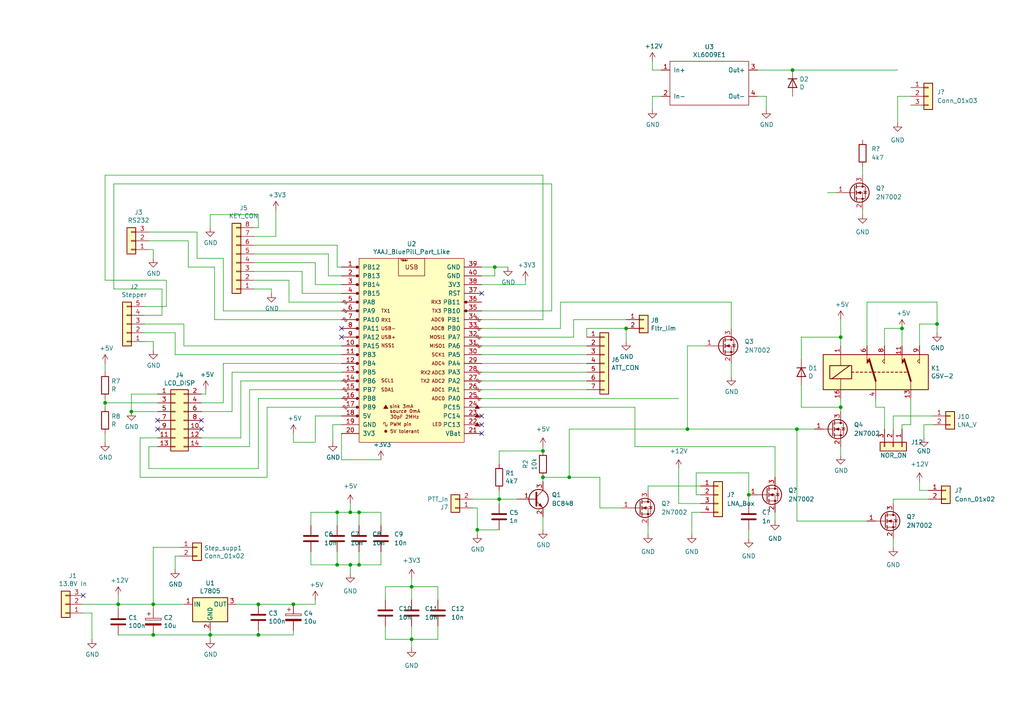
<source format=kicad_sch>
(kicad_sch (version 20211123) (generator eeschema)
  (paper "A4")
  (lib_symbols
    (symbol "Connector_Generic:Conn_01x02" (pin_names (offset 1.016) hide)
      (property "Reference" "J" (at 0 2.54 0))
      (property "Value" "Conn_01x02" (at 0 -5.08 0))
      (symbol "Conn_01x02_1_1"
        (pin passive line (at -5.08 0 0) (length 3.81) (name "Pin_1") (number "1"))
        (pin passive line (at -5.08 -2.54 0) (length 3.81) (name "Pin_2") (number "2"))
      )
    )
    (symbol "Connector_Generic:Conn_01x03" (pin_names (offset 1.016) hide)
      (property "Reference" "J" (at 0 5.08 0))
      (property "Value" "Conn_01x03" (at 0 -5.08 0))
      (symbol "Conn_01x03_1_1"
        (pin passive line (at -5.08 2.54 0) (length 3.81) (name "Pin_1") (number "1"))
        (pin passive line (at -5.08 0 0) (length 3.81) (name "Pin_2") (number "2"))
        (pin passive line (at -5.08 -2.54 0) (length 3.81) (name "Pin_3") (number "3"))
      )
    )
    (symbol "Connector_Generic:Conn_01x04" (pin_names (offset 1.016) hide)
      (property "Reference" "J" (at 0 5.08 0))
      (property "Value" "Conn_01x04" (at 0 -7.62 0))
      (symbol "Conn_01x04_1_1"
        (pin passive line (at -5.08 2.54 0) (length 3.81) (name "Pin_1") (number "1"))
        (pin passive line (at -5.08 0 0) (length 3.81) (name "Pin_2") (number "2"))
        (pin passive line (at -5.08 -2.54 0) (length 3.81) (name "Pin_3") (number "3"))
        (pin passive line (at -5.08 -5.08 0) (length 3.81) (name "Pin_4") (number "4"))
      )
    )
    (symbol "Connector_Generic:Conn_01x05" (pin_names (offset 1.016) hide)
      (property "Reference" "J" (at 0 7.62 0))
      (property "Value" "Conn_01x05" (at 0 -7.62 0))
      (symbol "Conn_01x05_1_1"
        (pin passive line (at -5.08 5.08 0) (length 3.81) (name "Pin_1") (number "1"))
        (pin passive line (at -5.08 2.54 0) (length 3.81) (name "Pin_2") (number "2"))
        (pin passive line (at -5.08 0 0) (length 3.81) (name "Pin_3") (number "3"))
        (pin passive line (at -5.08 -2.54 0) (length 3.81) (name "Pin_4") (number "4"))
        (pin passive line (at -5.08 -5.08 0) (length 3.81) (name "Pin_5") (number "5"))
      )
    )
    (symbol "Connector_Generic:Conn_01x07" (pin_names (offset 1.016) hide)
      (property "Reference" "J" (at 0 10.16 0))
      (property "Value" "Conn_01x07" (at 0 -10.16 0))
      (symbol "Conn_01x07_1_1"
        (pin passive line (at -5.08 7.62 0) (length 3.81) (name "Pin_1") (number "1"))
        (pin passive line (at -5.08 5.08 0) (length 3.81) (name "Pin_2") (number "2"))
        (pin passive line (at -5.08 2.54 0) (length 3.81) (name "Pin_3") (number "3"))
        (pin passive line (at -5.08 0 0) (length 3.81) (name "Pin_4") (number "4"))
        (pin passive line (at -5.08 -2.54 0) (length 3.81) (name "Pin_5") (number "5"))
        (pin passive line (at -5.08 -5.08 0) (length 3.81) (name "Pin_6") (number "6"))
        (pin passive line (at -5.08 -7.62 0) (length 3.81) (name "Pin_7") (number "7"))
      )
    )
    (symbol "Connector_Generic:Conn_01x08" (pin_names (offset 1.016) hide)
      (property "Reference" "J" (at 0 10.16 0))
      (property "Value" "Conn_01x08" (at 0 -12.7 0))
      (symbol "Conn_01x08_1_1"
        (pin passive line (at -5.08 7.62 0) (length 3.81) (name "Pin_1") (number "1"))
        (pin passive line (at -5.08 5.08 0) (length 3.81) (name "Pin_2") (number "2"))
        (pin passive line (at -5.08 2.54 0) (length 3.81) (name "Pin_3") (number "3"))
        (pin passive line (at -5.08 0 0) (length 3.81) (name "Pin_4") (number "4"))
        (pin passive line (at -5.08 -2.54 0) (length 3.81) (name "Pin_5") (number "5"))
        (pin passive line (at -5.08 -5.08 0) (length 3.81) (name "Pin_6") (number "6"))
        (pin passive line (at -5.08 -7.62 0) (length 3.81) (name "Pin_7") (number "7"))
        (pin passive line (at -5.08 -10.16 0) (length 3.81) (name "Pin_8") (number "8"))
      )
    )
    (symbol "Connector_Generic:Conn_02x07_Odd_Even" (pin_names (offset 1.016) hide)
      (property "Reference" "J" (at 1.27 10.16 0))
      (property "Value" "Conn_02x07_Odd_Even" (at 1.27 -10.16 0))
      (symbol "Conn_02x07_Odd_Even_1_1"
        (pin passive line (at -5.08 7.62 0) (length 3.81) (name "Pin_1") (number "1"))
        (pin passive line (at 7.62 -2.54 180) (length 3.81) (name "Pin_10") (number "10"))
        (pin passive line (at -5.08 -5.08 0) (length 3.81) (name "Pin_11") (number "11"))
        (pin passive line (at 7.62 -5.08 180) (length 3.81) (name "Pin_12") (number "12"))
        (pin passive line (at -5.08 -7.62 0) (length 3.81) (name "Pin_13") (number "13"))
        (pin passive line (at 7.62 -7.62 180) (length 3.81) (name "Pin_14") (number "14"))
        (pin passive line (at 7.62 7.62 180) (length 3.81) (name "Pin_2") (number "2"))
        (pin passive line (at -5.08 5.08 0) (length 3.81) (name "Pin_3") (number "3"))
        (pin passive line (at 7.62 5.08 180) (length 3.81) (name "Pin_4") (number "4"))
        (pin passive line (at -5.08 2.54 0) (length 3.81) (name "Pin_5") (number "5"))
        (pin passive line (at 7.62 2.54 180) (length 3.81) (name "Pin_6") (number "6"))
        (pin passive line (at -5.08 0 0) (length 3.81) (name "Pin_7") (number "7"))
        (pin passive line (at 7.62 0 180) (length 3.81) (name "Pin_8") (number "8"))
        (pin passive line (at -5.08 -2.54 0) (length 3.81) (name "Pin_9") (number "9"))
      )
    )
    (symbol "Device:C" (pin_numbers hide) (pin_names (offset 0.254))
      (property "Reference" "C" (at 0.635 2.54 0))
      (property "Value" "C" (at 0.635 -2.54 0))
      (symbol "C_1_1"
        (pin passive line (at 0 3.81 270) (length 2.794) (name "~") (number "1"))
        (pin passive line (at 0 -3.81 90) (length 2.794) (name "~") (number "2"))
      )
    )
    (symbol "Device:D" (pin_numbers hide) (pin_names (offset 1.016) hide)
      (property "Reference" "D" (at 0 2.54 0))
      (property "Value" "D" (at 0 -2.54 0))
      (symbol "D_1_1"
        (pin passive line (at -3.81 0 0) (length 2.54) (name "K") (number "1"))
        (pin passive line (at 3.81 0 180) (length 2.54) (name "A") (number "2"))
      )
    )
    (symbol "Device:R" (pin_numbers hide) (pin_names (offset 0))
      (property "Reference" "R" (at 2.032 0 90))
      (property "Value" "R" (at 0 0 90))
      (symbol "R_1_1"
        (pin passive line (at 0 3.81 270) (length 1.27) (name "~") (number "1"))
        (pin passive line (at 0 -3.81 90) (length 1.27) (name "~") (number "2"))
      )
    )
    (symbol "Regulator_Linear:L7805" (pin_names (offset 0.254))
      (property "Reference" "U" (at -3.81 3.175 0))
      (property "Value" "L7805" (at 0 3.175 0))
      (symbol "L7805_1_1"
        (pin power_in line (at -7.62 0 0) (length 2.54) (name "IN") (number "1"))
        (pin power_in line (at 0 -7.62 90) (length 2.54) (name "GND") (number "2"))
        (pin power_out line (at 7.62 0 180) (length 2.54) (name "OUT") (number "3"))
      )
    )
    (symbol "Relay:G5V-2"
      (property "Reference" "K" (at 16.51 3.81 0))
      (property "Value" "G5V-2" (at 16.51 1.27 0))
      (symbol "G5V-2_1_1"
        (pin passive line (at -10.16 7.62 270) (length 2.54) (name "~") (number "1"))
        (pin passive line (at 7.62 7.62 270) (length 2.54) (name "~") (number "11"))
        (pin passive line (at 10.16 -7.62 90) (length 2.54) (name "~") (number "13"))
        (pin passive line (at -10.16 -7.62 90) (length 2.54) (name "~") (number "16"))
        (pin passive line (at 0 -7.62 90) (length 2.54) (name "~") (number "4"))
        (pin passive line (at -2.54 7.62 270) (length 2.54) (name "~") (number "6"))
        (pin passive line (at 2.54 7.62 270) (length 2.54) (name "~") (number "8"))
        (pin passive line (at 12.7 7.62 270) (length 2.54) (name "~") (number "9"))
      )
    )
    (symbol "Transistor_BJT:BC848" (pin_names (offset 0) hide)
      (property "Reference" "Q" (at 5.08 1.905 0))
      (property "Value" "BC848" (at 5.08 0 0))
      (symbol "BC848_1_1"
        (pin input line (at -5.08 0 0) (length 5.715) (name "B") (number "1"))
        (pin passive line (at 2.54 -5.08 90) (length 2.54) (name "E") (number "2"))
        (pin passive line (at 2.54 5.08 270) (length 2.54) (name "C") (number "3"))
      )
    )
    (symbol "Transistor_FET:2N7002" (pin_names hide)
      (property "Reference" "Q" (at 5.08 1.905 0))
      (property "Value" "2N7002" (at 5.08 0 0))
      (symbol "2N7002_1_1"
        (pin input line (at -5.08 0 0) (length 2.54) (name "G") (number "1"))
        (pin passive line (at 2.54 -5.08 90) (length 2.54) (name "S") (number "2"))
        (pin passive line (at 2.54 5.08 270) (length 2.54) (name "D") (number "3"))
      )
    )
    (symbol "distr_filter-rescue:+3.3V-power" (power) (pin_names (offset 0))
      (property "Value" "+3.3V-power" (at 0 3.556 0))
      (symbol "+3.3V-power_1_1"
        (pin power_in line (at 0 0 90) (length 0) hide (name "+3V3") (number "1"))
      )
    )
    (symbol "distr_filter-rescue:CP-Device" (pin_numbers hide) (pin_names (offset 0.254))
      (property "Reference" "C" (at 0.635 2.54 0))
      (property "Value" "CP-Device" (at 0.635 -2.54 0))
      (symbol "CP-Device_1_1"
        (pin passive line (at 0 3.81 270) (length 2.794) (name "~") (number "1"))
        (pin passive line (at 0 -3.81 90) (length 2.794) (name "~") (number "2"))
      )
    )
    (symbol "distr_filter-rescue:XL6009E1-SQ2DK" (pin_names (offset 1.016))
      (property "Reference" "U" (at 0 -1.27 0))
      (property "Value" "XL6009E1-SQ2DK" (at 0 1.27 0))
      (symbol "XL6009E1-SQ2DK_1_1"
        (pin input line (at -13.97 3.81 0) (length 2.54) (name "In+") (number "1"))
        (pin input line (at -13.97 -3.81 0) (length 2.54) (name "In-") (number "2"))
        (pin input line (at 13.97 3.81 180) (length 2.54) (name "Out+") (number "3"))
        (pin input line (at 13.97 -3.81 180) (length 2.54) (name "Out-") (number "4"))
      )
    )
    (symbol "distr_filter-rescue:YAAJ_BluePill_Part_Like-YAAJ_BluePill_Part_Like" (pin_names (offset 1.016))
      (property "Reference" "U" (at -12.7 25.4 0))
      (property "Value" "YAAJ_BluePill_Part_Like-YAAJ_BluePill_Part_Like" (at 0 2.54 90))
      (symbol "YAAJ_BluePill_Part_Like-YAAJ_BluePill_Part_Like_0_0"
        (text "30pF 2MHz" (at -2.032 -20.574 0) (effects (font (size 0.9906 0.9906))))
        (text "5V tolerant" (at -2.032 -24.765 0) (effects (font (size 0.9906 0.9906))))
        (text "ADC0" (at 7.747 -15.24 0) (effects (font (size 0.9906 0.9906))))
        (text "ADC1" (at 7.747 -12.7 0) (effects (font (size 0.9906 0.9906))))
        (text "ADC2" (at 7.747 -10.16 0) (effects (font (size 0.9906 0.9906))))
        (text "ADC3" (at 7.747 -7.747 0) (effects (font (size 0.9906 0.9906))))
        (text "ADC4" (at 7.747 -5.08 0) (effects (font (size 0.9906 0.9906))))
        (text "ADC8" (at 7.62 5.08 0) (effects (font (size 0.9906 0.9906))))
        (text "ADC9" (at 7.62 7.62 0) (effects (font (size 0.9906 0.9906))))
        (text "LED" (at 7.366 -22.733 0) (effects (font (size 0.9906 0.9906))))
        (text "MISO1" (at 7.493 0 0) (effects (font (size 0.9906 0.9906))))
        (text "MOSI1" (at 7.493 2.54 0) (effects (font (size 0.9906 0.9906))))
        (text "NSS1" (at -6.858 0.127 0) (effects (font (size 0.9906 0.9906))))
        (text "PWM pin" (at -3.175 -22.733 0) (effects (font (size 0.9906 0.9906))))
        (text "RX1" (at -7.366 7.493 0) (effects (font (size 0.9906 0.9906))))
        (text "RX2" (at 4.064 -7.747 0) (effects (font (size 0.9906 0.9906))))
        (text "RX3" (at 7.112 12.7 0) (effects (font (size 0.9906 0.9906))))
        (text "SCK1" (at 7.747 -2.54 0) (effects (font (size 0.9906 0.9906))))
        (text "SCL1" (at -6.985 -10.033 0) (effects (font (size 0.9906 0.9906))))
        (text "SDA1" (at -6.985 -12.7 0) (effects (font (size 0.9906 0.9906))))
        (text "sink 3mA" (at -2.921 -17.526 0) (effects (font (size 0.9906 0.9906))))
        (text "source 0mA" (at -1.905 -18.923 0) (effects (font (size 0.9906 0.9906))))
        (text "TX1" (at -7.493 10.16 0) (effects (font (size 0.9906 0.9906))))
        (text "TX2" (at 3.937 -10.16 0) (effects (font (size 0.9906 0.9906))))
        (text "TX3" (at 7.239 10.16 0) (effects (font (size 0.9906 0.9906))))
        (text "USB" (at 0 22.86 0) (effects (font (size 1.27 1.27))))
        (text "USB+" (at -6.731 2.54 0) (effects (font (size 0.9906 0.9906))))
        (text "USB-" (at -6.731 5.08 0) (effects (font (size 0.9906 0.9906))))
        (text "Y@@J" (at -2.159 24.892 0) (effects (font (size 0.508 0.508))))
      )
      (symbol "YAAJ_BluePill_Part_Like-YAAJ_BluePill_Part_Like_1_1"
        (pin bidirectional line (at -20.32 22.86 0) (length 5.08) (name "PB12") (number "1"))
        (pin bidirectional line (at -20.32 0 0) (length 5.08) (name "PA15") (number "10"))
        (pin bidirectional line (at -20.32 -2.54 0) (length 5.08) (name "PB3") (number "11"))
        (pin bidirectional line (at -20.32 -5.08 0) (length 5.08) (name "PB4") (number "12"))
        (pin bidirectional line (at -20.32 -7.62 0) (length 5.08) (name "PB5") (number "13"))
        (pin bidirectional line (at -20.32 -10.16 0) (length 5.08) (name "PB6") (number "14"))
        (pin bidirectional line (at -20.32 -12.7 0) (length 5.08) (name "PB7") (number "15"))
        (pin bidirectional line (at -20.32 -15.24 0) (length 5.08) (name "PB8") (number "16"))
        (pin bidirectional line (at -20.32 -17.78 0) (length 5.08) (name "PB9") (number "17"))
        (pin power_in line (at -20.32 -20.32 0) (length 5.08) (name "5V") (number "18"))
        (pin power_in line (at -20.32 -22.86 0) (length 5.08) (name "GND") (number "19"))
        (pin bidirectional line (at -20.32 20.32 0) (length 5.08) (name "PB13") (number "2"))
        (pin power_in line (at -20.32 -25.4 0) (length 5.08) (name "3V3") (number "20"))
        (pin power_in line (at 20.32 -25.4 180) (length 5.08) (name "VBat") (number "21"))
        (pin bidirectional line (at 20.32 -22.86 180) (length 5.08) (name "PC13") (number "22"))
        (pin bidirectional line (at 20.32 -20.32 180) (length 5.08) (name "PC14") (number "23"))
        (pin bidirectional line (at 20.32 -17.78 180) (length 5.08) (name "PC15") (number "24"))
        (pin bidirectional line (at 20.32 -15.24 180) (length 5.08) (name "PA0") (number "25"))
        (pin bidirectional line (at 20.32 -12.7 180) (length 5.08) (name "PA1") (number "26"))
        (pin bidirectional line (at 20.32 -10.16 180) (length 5.08) (name "PA2") (number "27"))
        (pin bidirectional line (at 20.32 -7.62 180) (length 5.08) (name "PA3") (number "28"))
        (pin bidirectional line (at 20.32 -5.08 180) (length 5.08) (name "PA4") (number "29"))
        (pin bidirectional line (at -20.32 17.78 0) (length 5.08) (name "PB14") (number "3"))
        (pin bidirectional line (at 20.32 -2.54 180) (length 5.08) (name "PA5") (number "30"))
        (pin bidirectional line (at 20.32 0 180) (length 5.08) (name "PA6") (number "31"))
        (pin bidirectional line (at 20.32 2.54 180) (length 5.08) (name "PA7") (number "32"))
        (pin bidirectional line (at 20.32 5.08 180) (length 5.08) (name "PB0") (number "33"))
        (pin bidirectional line (at 20.32 7.62 180) (length 5.08) (name "PB1") (number "34"))
        (pin bidirectional line (at 20.32 10.16 180) (length 5.08) (name "PB10") (number "35"))
        (pin bidirectional line (at 20.32 12.7 180) (length 5.08) (name "PB11") (number "36"))
        (pin input line (at 20.32 15.24 180) (length 5.08) (name "RST") (number "37"))
        (pin power_in line (at 20.32 17.78 180) (length 5.08) (name "3V3") (number "38"))
        (pin power_in line (at 20.32 22.86 180) (length 5.08) (name "GND") (number "39"))
        (pin bidirectional line (at -20.32 15.24 0) (length 5.08) (name "PB15") (number "4"))
        (pin power_in line (at 20.32 20.32 180) (length 5.08) (name "GND") (number "40"))
        (pin bidirectional line (at -20.32 12.7 0) (length 5.08) (name "PA8") (number "5"))
        (pin bidirectional line (at -20.32 10.16 0) (length 5.08) (name "PA9") (number "6"))
        (pin bidirectional line (at -20.32 7.62 0) (length 5.08) (name "PA10") (number "7"))
        (pin bidirectional line (at -20.32 5.08 0) (length 5.08) (name "PA11") (number "8"))
        (pin bidirectional line (at -20.32 2.54 0) (length 5.08) (name "PA12") (number "9"))
      )
    )
    (symbol "power:+12V" (power) (pin_names (offset 0))
      (property "Value" "+12V" (at 0 3.556 0))
      (symbol "+12V_1_1"
        (pin power_in line (at 0 0 90) (length 0) hide (name "+12V") (number "1"))
      )
    )
    (symbol "power:+3V3" (power) (pin_names (offset 0))
      (property "Value" "+3V3" (at 0 3.556 0))
      (symbol "+3V3_1_1"
        (pin power_in line (at 0 0 90) (length 0) hide (name "+3V3") (number "1"))
      )
    )
    (symbol "power:+5V" (power) (pin_names (offset 0))
      (property "Value" "+5V" (at 0 3.556 0))
      (symbol "+5V_1_1"
        (pin power_in line (at 0 0 90) (length 0) hide (name "+5V") (number "1"))
      )
    )
    (symbol "power:GND" (power) (pin_names (offset 0))
      (property "Value" "GND" (at 0 -3.81 0))
      (symbol "GND_1_1"
        (pin power_in line (at 0 0 270) (length 0) hide (name "GND") (number "1"))
      )
    )
  )
  (junction (at 138.43 153.67))
  (junction (at 101.6 163.83))
  (junction (at 44.45 184.15))
  (junction (at 104.14 148.59))
  (junction (at 119.38 185.42))
  (junction (at 97.79 163.83))
  (junction (at 165.1 138.43))
  (junction (at 217.17 143.51))
  (junction (at 104.14 163.83))
  (junction (at 97.79 148.59))
  (junction (at 119.38 170.18))
  (junction (at 243.84 118.11))
  (junction (at 38.1 119.38))
  (junction (at 85.09 175.26))
  (junction (at 60.96 184.15))
  (junction (at 271.78 93.98))
  (junction (at 243.84 97.79))
  (junction (at 143.51 77.47))
  (junction (at 199.39 124.46))
  (junction (at 181.61 95.25))
  (junction (at 74.93 175.26))
  (junction (at 261.62 95.25))
  (junction (at 44.45 175.26))
  (junction (at 34.29 175.26))
  (junction (at 157.48 138.43))
  (junction (at 144.78 144.78))
  (junction (at 229.87 20.32))
  (junction (at 157.48 130.81))
  (junction (at 231.14 124.46))
  (junction (at 30.48 116.84))
  (junction (at 74.93 184.15))
  (junction (at 101.6 148.59))
  (no_connect (at 139.7 85.09))
  (no_connect (at 139.7 120.65))
  (no_connect (at 139.7 123.19))
  (no_connect (at 139.7 125.73))
  (no_connect (at 99.06 95.25))
  (no_connect (at 99.06 97.79))
  (no_connect (at 45.72 124.46))
  (no_connect (at 58.42 124.46))
  (no_connect (at 45.72 121.92))
  (no_connect (at 24.13 172.72))
  (no_connect (at 58.42 121.92))
  (wire (pts (xy 40.64 138.43) (xy 40.64 127)))
  (wire (pts (xy 73.66 81.28) (xy 83.82 81.28)))
  (wire (pts (xy 144.78 142.24) (xy 144.78 144.78)))
  (wire (pts (xy 212.09 105.41) (xy 212.09 109.22)))
  (wire (pts (xy 99.06 118.11) (xy 77.47 118.11)))
  (wire (pts (xy 243.84 97.79) (xy 243.84 100.33)))
  (wire (pts (xy 74.93 62.23) (xy 74.93 66.04)))
  (wire (pts (xy 271.78 87.63) (xy 271.78 93.98)))
  (wire (pts (xy 203.2 148.59) (xy 200.66 148.59)))
  (wire (pts (xy 196.85 146.05) (xy 196.85 135.89)))
  (wire (pts (xy 119.38 185.42) (xy 127 185.42)))
  (wire (pts (xy 97.79 163.83) (xy 101.6 163.83)))
  (wire (pts (xy 62.23 77.47) (xy 54.61 77.47)))
  (wire (pts (xy 41.91 99.06) (xy 44.45 99.06)))
  (wire (pts (xy 74.93 115.57) (xy 99.06 115.57)))
  (wire (pts (xy 44.45 158.75) (xy 44.45 175.26)))
  (wire (pts (xy 217.17 137.16) (xy 201.93 137.16)))
  (wire (pts (xy 53.34 100.33) (xy 99.06 100.33)))
  (wire (pts (xy 231.14 124.46) (xy 236.22 124.46)))
  (wire (pts (xy 91.44 128.27) (xy 85.09 128.27)))
  (wire (pts (xy 256.54 95.25) (xy 261.62 95.25)))
  (wire (pts (xy 196.85 115.57) (xy 139.7 115.57)))
  (wire (pts (xy 41.91 93.98) (xy 53.34 93.98)))
  (wire (pts (xy 256.54 124.46) (xy 256.54 118.11)))
  (wire (pts (xy 30.48 81.28) (xy 48.26 81.28)))
  (wire (pts (xy 266.7 93.98) (xy 266.7 100.33)))
  (wire (pts (xy 38.1 114.3) (xy 38.1 119.38)))
  (wire (pts (xy 85.09 175.26) (xy 74.93 175.26)))
  (wire (pts (xy 60.96 184.15) (xy 60.96 185.42)))
  (wire (pts (xy 189.23 17.78) (xy 189.23 20.32)))
  (wire (pts (xy 139.7 100.33) (xy 170.18 100.33)))
  (wire (pts (xy 104.14 163.83) (xy 110.49 163.83)))
  (wire (pts (xy 264.16 27.94) (xy 260.35 27.94)))
  (wire (pts (xy 80.01 68.58) (xy 73.66 68.58)))
  (wire (pts (xy 267.97 123.19) (xy 267.97 127)))
  (wire (pts (xy 54.61 69.85) (xy 43.18 69.85)))
  (wire (pts (xy 139.7 105.41) (xy 170.18 105.41)))
  (wire (pts (xy 162.56 87.63) (xy 212.09 87.63)))
  (wire (pts (xy 50.8 161.29) (xy 50.8 165.1)))
  (wire (pts (xy 77.47 138.43) (xy 40.64 138.43)))
  (wire (pts (xy 259.08 146.05) (xy 259.08 144.78)))
  (wire (pts (xy 165.1 138.43) (xy 157.48 138.43)))
  (wire (pts (xy 170.18 95.25) (xy 170.18 97.79)))
  (wire (pts (xy 251.46 87.63) (xy 271.78 87.63)))
  (wire (pts (xy 99.06 125.73) (xy 99.06 133.35)))
  (wire (pts (xy 83.82 81.28) (xy 83.82 87.63)))
  (wire (pts (xy 173.99 138.43) (xy 173.99 147.32)))
  (wire (pts (xy 165.1 138.43) (xy 173.99 138.43)))
  (wire (pts (xy 143.51 77.47) (xy 147.32 77.47)))
  (wire (pts (xy 74.93 184.15) (xy 74.93 182.88)))
  (wire (pts (xy 199.39 124.46) (xy 231.14 124.46)))
  (wire (pts (xy 127 185.42) (xy 127 181.61)))
  (wire (pts (xy 40.64 127) (xy 45.72 127)))
  (wire (pts (xy 97.79 148.59) (xy 101.6 148.59)))
  (wire (pts (xy 144.78 144.78) (xy 149.86 144.78)))
  (wire (pts (xy 259.08 156.21) (xy 259.08 158.75)))
  (wire (pts (xy 87.63 78.74) (xy 73.66 78.74)))
  (wire (pts (xy 162.56 95.25) (xy 139.7 95.25)))
  (wire (pts (xy 46.99 83.82) (xy 46.99 91.44)))
  (wire (pts (xy 72.39 113.03) (xy 72.39 129.54)))
  (wire (pts (xy 224.79 148.59) (xy 224.79 151.13)))
  (wire (pts (xy 187.96 142.24) (xy 187.96 140.97)))
  (wire (pts (xy 57.15 67.31) (xy 57.15 74.93)))
  (wire (pts (xy 199.39 100.33) (xy 199.39 124.46)))
  (wire (pts (xy 119.38 170.18) (xy 127 170.18)))
  (wire (pts (xy 60.96 184.15) (xy 74.93 184.15)))
  (wire (pts (xy 256.54 118.11) (xy 254 118.11)))
  (wire (pts (xy 229.87 20.32) (xy 260.35 20.32)))
  (wire (pts (xy 60.96 184.15) (xy 44.45 184.15)))
  (wire (pts (xy 91.44 82.55) (xy 99.06 82.55)))
  (wire (pts (xy 50.8 96.52) (xy 41.91 96.52)))
  (wire (pts (xy 96.52 123.19) (xy 96.52 128.27)))
  (wire (pts (xy 60.96 62.23) (xy 74.93 62.23)))
  (wire (pts (xy 53.34 93.98) (xy 53.34 100.33)))
  (wire (pts (xy 99.06 92.71) (xy 62.23 92.71)))
  (wire (pts (xy 184.15 129.54) (xy 224.79 129.54)))
  (wire (pts (xy 64.77 74.93) (xy 64.77 90.17)))
  (wire (pts (xy 60.96 66.04) (xy 60.96 62.23)))
  (wire (pts (xy 157.48 149.86) (xy 157.48 153.67)))
  (wire (pts (xy 138.43 147.32) (xy 138.43 153.67)))
  (wire (pts (xy 201.93 137.16) (xy 201.93 143.51)))
  (wire (pts (xy 139.7 90.17) (xy 160.02 90.17)))
  (wire (pts (xy 85.09 175.26) (xy 91.44 175.26)))
  (wire (pts (xy 232.41 118.11) (xy 243.84 118.11)))
  (wire (pts (xy 166.37 92.71) (xy 166.37 97.79)))
  (wire (pts (xy 231.14 151.13) (xy 231.14 124.46)))
  (wire (pts (xy 139.7 92.71) (xy 157.48 92.71)))
  (wire (pts (xy 74.93 66.04) (xy 73.66 66.04)))
  (wire (pts (xy 119.38 170.18) (xy 119.38 173.99)))
  (wire (pts (xy 212.09 87.63) (xy 212.09 95.25)))
  (wire (pts (xy 138.43 153.67) (xy 138.43 154.94)))
  (wire (pts (xy 181.61 92.71) (xy 166.37 92.71)))
  (wire (pts (xy 259.08 120.65) (xy 270.51 120.65)))
  (wire (pts (xy 50.8 102.87) (xy 50.8 96.52)))
  (wire (pts (xy 144.78 130.81) (xy 144.78 134.62)))
  (wire (pts (xy 266.7 142.24) (xy 269.24 142.24)))
  (wire (pts (xy 101.6 146.05) (xy 101.6 148.59)))
  (wire (pts (xy 139.7 77.47) (xy 143.51 77.47)))
  (wire (pts (xy 204.47 100.33) (xy 199.39 100.33)))
  (wire (pts (xy 101.6 163.83) (xy 104.14 163.83)))
  (wire (pts (xy 45.72 129.54) (xy 43.18 129.54)))
  (wire (pts (xy 90.17 148.59) (xy 97.79 148.59)))
  (wire (pts (xy 97.79 160.02) (xy 97.79 163.83)))
  (wire (pts (xy 256.54 95.25) (xy 256.54 100.33)))
  (wire (pts (xy 30.48 115.57) (xy 30.48 116.84)))
  (wire (pts (xy 127 170.18) (xy 127 173.99)))
  (wire (pts (xy 60.96 182.88) (xy 60.96 184.15)))
  (wire (pts (xy 87.63 85.09) (xy 87.63 78.74)))
  (wire (pts (xy 99.06 113.03) (xy 72.39 113.03)))
  (wire (pts (xy 91.44 175.26) (xy 91.44 173.99)))
  (wire (pts (xy 33.02 83.82) (xy 46.99 83.82)))
  (wire (pts (xy 30.48 116.84) (xy 45.72 116.84)))
  (wire (pts (xy 80.01 60.96) (xy 80.01 68.58)))
  (wire (pts (xy 67.31 107.95) (xy 67.31 119.38)))
  (wire (pts (xy 59.69 114.3) (xy 58.42 114.3)))
  (wire (pts (xy 229.87 20.32) (xy 219.71 20.32)))
  (wire (pts (xy 243.84 92.71) (xy 243.84 97.79)))
  (wire (pts (xy 254 118.11) (xy 254 115.57)))
  (wire (pts (xy 261.62 123.19) (xy 261.62 124.46)))
  (wire (pts (xy 110.49 163.83) (xy 110.49 160.02)))
  (wire (pts (xy 33.02 53.34) (xy 33.02 83.82)))
  (wire (pts (xy 91.44 76.2) (xy 91.44 82.55)))
  (wire (pts (xy 26.67 177.8) (xy 26.67 185.42)))
  (wire (pts (xy 111.76 185.42) (xy 119.38 185.42)))
  (wire (pts (xy 90.17 160.02) (xy 90.17 163.83)))
  (wire (pts (xy 152.4 81.28) (xy 152.4 82.55)))
  (wire (pts (xy 99.06 107.95) (xy 67.31 107.95)))
  (wire (pts (xy 181.61 99.06) (xy 181.61 95.25)))
  (wire (pts (xy 119.38 185.42) (xy 119.38 187.96)))
  (wire (pts (xy 54.61 77.47) (xy 54.61 69.85)))
  (wire (pts (xy 85.09 184.15) (xy 85.09 182.88)))
  (wire (pts (xy 157.48 50.8) (xy 30.48 50.8)))
  (wire (pts (xy 43.18 135.89) (xy 74.93 135.89)))
  (wire (pts (xy 30.48 105.41) (xy 30.48 107.95)))
  (wire (pts (xy 264.16 123.19) (xy 261.62 123.19)))
  (wire (pts (xy 99.06 123.19) (xy 96.52 123.19)))
  (wire (pts (xy 251.46 100.33) (xy 251.46 87.63)))
  (wire (pts (xy 152.4 82.55) (xy 139.7 82.55)))
  (wire (pts (xy 111.76 173.99) (xy 111.76 170.18)))
  (wire (pts (xy 78.74 83.82) (xy 78.74 85.09)))
  (wire (pts (xy 271.78 93.98) (xy 266.7 93.98)))
  (wire (pts (xy 199.39 124.46) (xy 165.1 124.46)))
  (wire (pts (xy 104.14 148.59) (xy 110.49 148.59)))
  (wire (pts (xy 139.7 80.01) (xy 143.51 80.01)))
  (wire (pts (xy 67.31 119.38) (xy 58.42 119.38)))
  (wire (pts (xy 99.06 102.87) (xy 50.8 102.87)))
  (wire (pts (xy 191.77 27.94) (xy 189.23 27.94)))
  (wire (pts (xy 34.29 175.26) (xy 44.45 175.26)))
  (wire (pts (xy 160.02 53.34) (xy 33.02 53.34)))
  (wire (pts (xy 69.85 127) (xy 69.85 110.49)))
  (wire (pts (xy 270.51 123.19) (xy 267.97 123.19)))
  (wire (pts (xy 24.13 177.8) (xy 26.67 177.8)))
  (wire (pts (xy 189.23 20.32) (xy 191.77 20.32)))
  (wire (pts (xy 45.72 119.38) (xy 38.1 119.38)))
  (wire (pts (xy 144.78 144.78) (xy 144.78 146.05)))
  (wire (pts (xy 243.84 97.79) (xy 232.41 97.79)))
  (wire (pts (xy 104.14 160.02) (xy 104.14 163.83)))
  (wire (pts (xy 77.47 118.11) (xy 77.47 138.43)))
  (wire (pts (xy 83.82 87.63) (xy 99.06 87.63)))
  (wire (pts (xy 24.13 175.26) (xy 34.29 175.26)))
  (wire (pts (xy 240.03 55.88) (xy 242.57 55.88)))
  (wire (pts (xy 58.42 116.84) (xy 64.77 116.84)))
  (wire (pts (xy 34.29 175.26) (xy 34.29 176.53)))
  (wire (pts (xy 224.79 129.54) (xy 224.79 138.43)))
  (wire (pts (xy 74.93 175.26) (xy 68.58 175.26)))
  (wire (pts (xy 104.14 148.59) (xy 104.14 152.4)))
  (wire (pts (xy 232.41 97.79) (xy 232.41 104.14)))
  (wire (pts (xy 119.38 167.64) (xy 119.38 170.18)))
  (wire (pts (xy 143.51 80.01) (xy 143.51 77.47)))
  (wire (pts (xy 250.19 48.26) (xy 250.19 50.8)))
  (wire (pts (xy 271.78 96.52) (xy 271.78 93.98)))
  (wire (pts (xy 165.1 124.46) (xy 165.1 138.43)))
  (wire (pts (xy 139.7 110.49) (xy 170.18 110.49)))
  (wire (pts (xy 97.79 77.47) (xy 99.06 77.47)))
  (wire (pts (xy 48.26 81.28) (xy 48.26 88.9)))
  (wire (pts (xy 157.48 129.54) (xy 157.48 130.81)))
  (wire (pts (xy 217.17 143.51) (xy 217.17 137.16)))
  (wire (pts (xy 173.99 147.32) (xy 180.34 147.32)))
  (wire (pts (xy 181.61 95.25) (xy 170.18 95.25)))
  (wire (pts (xy 111.76 170.18) (xy 119.38 170.18)))
  (wire (pts (xy 90.17 163.83) (xy 97.79 163.83)))
  (wire (pts (xy 43.18 67.31) (xy 57.15 67.31)))
  (wire (pts (xy 73.66 83.82) (xy 78.74 83.82)))
  (wire (pts (xy 69.85 110.49) (xy 99.06 110.49)))
  (wire (pts (xy 34.29 172.72) (xy 34.29 175.26)))
  (wire (pts (xy 99.06 133.35) (xy 110.49 133.35)))
  (wire (pts (xy 139.7 113.03) (xy 170.18 113.03)))
  (wire (pts (xy 73.66 76.2) (xy 91.44 76.2)))
  (wire (pts (xy 57.15 74.93) (xy 64.77 74.93)))
  (wire (pts (xy 101.6 163.83) (xy 101.6 166.37)))
  (wire (pts (xy 111.76 181.61) (xy 111.76 185.42)))
  (wire (pts (xy 74.93 135.89) (xy 74.93 115.57)))
  (wire (pts (xy 217.17 143.51) (xy 217.17 146.05)))
  (wire (pts (xy 101.6 148.59) (xy 104.14 148.59)))
  (wire (pts (xy 187.96 152.4) (xy 187.96 154.94)))
  (wire (pts (xy 259.08 144.78) (xy 269.24 144.78)))
  (wire (pts (xy 43.18 72.39) (xy 44.45 72.39)))
  (wire (pts (xy 73.66 71.12) (xy 97.79 71.12)))
  (wire (pts (xy 201.93 143.51) (xy 203.2 143.51)))
  (wire (pts (xy 97.79 71.12) (xy 97.79 77.47)))
  (wire (pts (xy 144.78 130.81) (xy 157.48 130.81)))
  (wire (pts (xy 30.48 116.84) (xy 30.48 118.11)))
  (wire (pts (xy 138.43 153.67) (xy 144.78 153.67)))
  (wire (pts (xy 44.45 175.26) (xy 44.45 176.53)))
  (wire (pts (xy 99.06 80.01) (xy 95.25 80.01)))
  (wire (pts (xy 139.7 107.95) (xy 170.18 107.95)))
  (wire (pts (xy 62.23 92.71) (xy 62.23 77.47)))
  (wire (pts (xy 259.08 120.65) (xy 259.08 124.46)))
  (wire (pts (xy 139.7 97.79) (xy 166.37 97.79)))
  (wire (pts (xy 232.41 111.76) (xy 232.41 118.11)))
  (wire (pts (xy 137.16 144.78) (xy 144.78 144.78)))
  (wire (pts (xy 187.96 140.97) (xy 203.2 140.97)))
  (wire (pts (xy 74.93 184.15) (xy 85.09 184.15)))
  (wire (pts (xy 64.77 116.84) (xy 64.77 105.41)))
  (wire (pts (xy 189.23 27.94) (xy 189.23 31.75)))
  (wire (pts (xy 243.84 129.54) (xy 243.84 132.08)))
  (wire (pts (xy 30.48 125.73) (xy 30.48 128.27)))
  (wire (pts (xy 91.44 120.65) (xy 91.44 128.27)))
  (wire (pts (xy 95.25 80.01) (xy 95.25 73.66)))
  (wire (pts (xy 184.15 118.11) (xy 184.15 129.54)))
  (wire (pts (xy 34.29 184.15) (xy 44.45 184.15)))
  (wire (pts (xy 44.45 175.26) (xy 53.34 175.26)))
  (wire (pts (xy 46.99 91.44) (xy 41.91 91.44)))
  (wire (pts (xy 162.56 87.63) (xy 162.56 95.25)))
  (wire (pts (xy 260.35 27.94) (xy 260.35 35.56)))
  (wire (pts (xy 58.42 127) (xy 69.85 127)))
  (wire (pts (xy 44.45 72.39) (xy 44.45 74.93)))
  (wire (pts (xy 64.77 90.17) (xy 99.06 90.17)))
  (wire (pts (xy 99.06 120.65) (xy 91.44 120.65)))
  (wire (pts (xy 85.09 128.27) (xy 85.09 125.73)))
  (wire (pts (xy 52.07 161.29) (xy 50.8 161.29)))
  (wire (pts (xy 264.16 115.57) (xy 264.16 123.19)))
  (wire (pts (xy 99.06 85.09) (xy 87.63 85.09)))
  (wire (pts (xy 90.17 152.4) (xy 90.17 148.59)))
  (wire (pts (xy 203.2 146.05) (xy 196.85 146.05)))
  (wire (pts (xy 110.49 148.59) (xy 110.49 152.4)))
  (wire (pts (xy 222.25 27.94) (xy 222.25 31.75)))
  (wire (pts (xy 97.79 148.59) (xy 97.79 152.4)))
  (wire (pts (xy 261.62 100.33) (xy 261.62 95.25)))
  (wire (pts (xy 72.39 129.54) (xy 58.42 129.54)))
  (wire (pts (xy 217.17 153.67) (xy 217.17 156.21)))
  (wire (pts (xy 250.19 60.96) (xy 250.19 62.23)))
  (wire (pts (xy 52.07 158.75) (xy 44.45 158.75)))
  (wire (pts (xy 44.45 99.06) (xy 44.45 101.6)))
  (wire (pts (xy 137.16 147.32) (xy 138.43 147.32)))
  (wire (pts (xy 160.02 90.17) (xy 160.02 53.34)))
  (wire (pts (xy 41.91 88.9) (xy 48.26 88.9)))
  (wire (pts (xy 64.77 105.41) (xy 99.06 105.41)))
  (wire (pts (xy 243.84 118.11) (xy 243.84 119.38)))
  (wire (pts (xy 30.48 50.8) (xy 30.48 81.28)))
  (wire (pts (xy 38.1 114.3) (xy 45.72 114.3)))
  (wire (pts (xy 59.69 113.03) (xy 59.69 114.3)))
  (wire (pts (xy 219.71 27.94) (xy 222.25 27.94)))
  (wire (pts (xy 157.48 92.71) (xy 157.48 50.8)))
  (wire (pts (xy 95.25 73.66) (xy 73.66 73.66)))
  (wire (pts (xy 119.38 185.42) (xy 119.38 181.61)))
  (wire (pts (xy 139.7 102.87) (xy 170.18 102.87)))
  (wire (pts (xy 200.66 148.59) (xy 200.66 154.94)))
  (wire (pts (xy 243.84 115.57) (xy 243.84 118.11)))
  (wire (pts (xy 157.48 138.43) (xy 157.48 139.7)))
  (wire (pts (xy 251.46 151.13) (xy 231.14 151.13)))
  (wire (pts (xy 43.18 129.54) (xy 43.18 135.89)))
  (wire (pts (xy 139.7 118.11) (xy 184.15 118.11)))
  (wire (pts (xy 266.7 139.7) (xy 266.7 142.24)))
  (symbol (lib_id "distr_filter-rescue:YAAJ_BluePill_Part_Like-YAAJ_BluePill_Part_Like") (at 119.38 100.33 0) (unit 1)
    (property "Reference" "U2" (at 119.38 70.739 0))
    (property "Value" "YAAJ_BluePill_Part_Like" (at 119.38 73.0504 0))
    (property "Footprint" "Module:YAAJ_BluePill_1" (effects hide))
  )
  (symbol (lib_id "Connector_Generic:Conn_01x03") (at 38.1 69.85 180) (unit 1)
    (property "Reference" "J3" (at 40.1828 61.595 0))
    (property "Value" "RS232" (at 40.1828 63.9064 0))
    (property "Footprint" "Connector_PinHeader_2.54mm:PinHeader_1x03_P2.54mm_Vertical" (effects hide))
  )
  (symbol (lib_id "power:GND") (at 44.45 74.93 0) (unit 1)
    (property "Reference" "#PWR06" (effects hide))
    (property "Value" "GND" (at 44.577 79.3242 0))
  )
  (symbol (lib_id "Connector_Generic:Conn_02x07_Odd_Even") (at 50.8 121.92 0) (unit 1)
    (property "Reference" "J4" (at 52.07 108.7882 0))
    (property "Value" "LCD_DISP" (at 52.07 111.0996 0))
    (property "Footprint" "Connector_PinHeader_2.54mm:PinHeader_2x07_P2.54mm_Vertical" (effects hide))
  )
  (symbol (lib_id "power:GND") (at 38.1 119.38 0) (unit 1)
    (property "Reference" "#PWR05" (effects hide))
    (property "Value" "GND" (at 38.227 123.7742 0))
  )
  (symbol (lib_id "power:+5V") (at 30.48 105.41 0) (unit 1)
    (property "Reference" "#PWR02" (effects hide))
    (property "Value" "+5V" (at 30.861 101.0158 0))
  )
  (symbol (lib_id "power:+5V") (at 59.69 113.03 0) (unit 1)
    (property "Reference" "#PWR08" (effects hide))
    (property "Value" "+5V" (at 60.071 108.6358 0))
  )
  (symbol (lib_id "power:+5V") (at 85.09 125.73 0) (unit 1)
    (property "Reference" "#PWR013" (effects hide))
    (property "Value" "+5V" (at 85.471 121.3358 0))
  )
  (symbol (lib_id "power:GND") (at 96.52 128.27 0) (unit 1)
    (property "Reference" "#PWR015" (effects hide))
    (property "Value" "GND" (at 96.647 132.6642 0))
  )
  (symbol (lib_id "distr_filter-rescue:XL6009E1-SQ2DK") (at 205.74 24.13 0) (unit 1)
    (property "Reference" "U3" (at 205.74 13.589 0))
    (property "Value" "XL6009E1" (at 205.74 15.9004 0))
    (property "Footprint" "SQ2DK:XL6009E" (effects hide))
  )
  (symbol (lib_id "Connector_Generic:Conn_01x07") (at 175.26 105.41 0) (unit 1)
    (property "Reference" "J6" (at 177.292 104.3432 0) (effects (justify left)))
    (property "Value" "ATT_CON" (at 177.292 106.6546 0) (effects (justify left)))
    (property "Footprint" "Connector_PinHeader_2.54mm:PinHeader_1x07_P2.54mm_Vertical" (effects hide))
  )
  (symbol (lib_id "power:GND") (at 222.25 31.75 0) (unit 1)
    (property "Reference" "#PWR031" (effects hide))
    (property "Value" "GND" (at 222.377 36.1442 0))
  )
  (symbol (lib_id "power:GND") (at 181.61 99.06 0) (unit 1)
    (property "Reference" "#PWR019" (effects hide))
    (property "Value" "GND" (at 181.737 103.4542 0))
  )
  (symbol (lib_id "power:GND") (at 60.96 66.04 0) (unit 1)
    (property "Reference" "#PWR09" (effects hide))
    (property "Value" "GND" (at 61.087 70.4342 0))
  )
  (symbol (lib_id "distr_filter-rescue:+3.3V-power") (at 80.01 60.96 0) (unit 1)
    (property "Reference" "#PWR012" (effects hide))
    (property "Value" "+3.3V" (at 80.391 56.5658 0))
  )
  (symbol (lib_id "Connector_Generic:Conn_01x08") (at 68.58 76.2 180) (unit 1)
    (property "Reference" "J5" (at 70.6628 60.325 0))
    (property "Value" "KEY_CON" (at 70.6628 62.6364 0))
    (property "Footprint" "Connector_PinHeader_2.54mm:PinHeader_1x08_P2.54mm_Vertical" (effects hide))
  )
  (symbol (lib_id "power:GND") (at 189.23 31.75 0) (unit 1)
    (property "Reference" "#PWR025" (effects hide))
    (property "Value" "GND" (at 189.357 36.1442 0))
  )
  (symbol (lib_id "power:GND") (at 78.74 85.09 0) (unit 1)
    (property "Reference" "#PWR011" (effects hide))
    (property "Value" "GND" (at 78.867 89.4842 0))
  )
  (symbol (lib_id "Connector_Generic:Conn_01x02") (at 57.15 158.75 0) (unit 1)
    (property "Reference" "Step_supp1" (at 59.182 158.9532 0) (effects (justify left)))
    (property "Value" "Conn_01x02" (at 59.182 161.2646 0) (effects (justify left)))
    (property "Footprint" "Connector_PinHeader_2.54mm:PinHeader_1x02_P2.54mm_Vertical" (effects hide))
  )
  (symbol (lib_id "power:GND") (at 50.8 165.1 0) (unit 1)
    (property "Reference" "#PWR0101" (effects hide))
    (property "Value" "GND" (at 50.927 169.4942 0))
  )
  (symbol (lib_id "Device:D") (at 229.87 24.13 270) (unit 1)
    (property "Reference" "D2" (at 231.8766 22.9616 90) (effects (justify left)))
    (property "Value" "D" (at 231.8766 25.273 90) (effects (justify left)))
    (property "Footprint" "Diode_SMD:D_1210_3225Metric_Pad1.42x2.65mm_HandSolder" (effects hide))
  )
  (symbol (lib_id "Connector_Generic:Conn_01x03") (at 19.05 175.26 180) (unit 1)
    (property "Reference" "J1" (at 21.1328 167.005 0))
    (property "Value" "13.8V In" (at 21.1328 169.3164 0))
    (property "Footprint" "Connector_Wago:Wago_734-133_1x03_P3.50mm_Vertical" (effects hide))
  )
  (symbol (lib_id "power:GND") (at 30.48 128.27 0) (unit 1)
    (property "Reference" "#PWR03" (effects hide))
    (property "Value" "GND" (at 30.607 132.6642 0))
  )
  (symbol (lib_id "Connector_Generic:Conn_01x05") (at 36.83 93.98 180) (unit 1)
    (property "Reference" "J2" (at 38.9128 83.185 0))
    (property "Value" "Stepper" (at 38.9128 85.4964 0))
    (property "Footprint" "Connector_PinHeader_2.54mm:PinHeader_1x05_P2.54mm_Vertical" (effects hide))
  )
  (symbol (lib_id "power:GND") (at 44.45 101.6 0) (unit 1)
    (property "Reference" "#PWR07" (effects hide))
    (property "Value" "GND" (at 44.577 105.9942 0))
  )
  (symbol (lib_id "power:+12V") (at 189.23 17.78 0) (unit 1)
    (property "Reference" "#PWR024" (effects hide))
    (property "Value" "+12V" (at 189.611 13.3858 0))
  )
  (symbol (lib_id "Connector_Generic:Conn_01x02") (at 132.08 147.32 180) (unit 1)
    (property "Reference" "J7" (at 130.048 147.1168 0) (effects (justify left)))
    (property "Value" "PTT_In" (at 130.048 144.8054 0) (effects (justify left)))
    (property "Footprint" "Connector_PinHeader_2.54mm:PinHeader_1x02_P2.54mm_Vertical" (effects hide))
  )
  (symbol (lib_id "power:GND") (at 138.43 154.94 0) (unit 1)
    (property "Reference" "#PWR020" (effects hide))
    (property "Value" "GND" (at 138.557 159.3342 0))
  )
  (symbol (lib_id "Device:R") (at 157.48 134.62 0) (unit 1)
    (property "Reference" "R2" (at 152.4 134.62 90))
    (property "Value" "10k" (at 154.94 134.62 90))
    (property "Footprint" "Resistor_SMD:R_1206_3216Metric_Pad1.30x1.75mm_HandSolder" (effects hide))
  )
  (symbol (lib_id "Connector_Generic:Conn_01x02") (at 186.69 92.71 0) (unit 1)
    (property "Reference" "J8" (at 188.722 92.9132 0) (effects (justify left)))
    (property "Value" "Fltr_lim" (at 188.722 95.2246 0) (effects (justify left)))
    (property "Footprint" "Connector_PinHeader_2.54mm:PinHeader_1x02_P2.54mm_Vertical" (effects hide))
  )
  (symbol (lib_id "Regulator_Linear:L7805") (at 60.96 175.26 0) (unit 1)
    (property "Reference" "U1" (at 60.96 169.1132 0))
    (property "Value" "L7805" (at 60.96 171.4246 0))
    (property "Footprint" "Package_TO_SOT_SMD:TO-252-2" (effects hide))
    (property "Datasheet" "http://www.st.com/content/ccc/resource/technical/document/datasheet/41/4f/b3/b0/12/d4/47/88/CD00000444.pdf/files/CD00000444.pdf/jcr:content/translations/en.CD00000444.pdf" (effects hide))
  )
  (symbol (lib_id "power:GND") (at 60.96 185.42 0) (unit 1)
    (property "Reference" "#PWR010" (effects hide))
    (property "Value" "GND" (at 61.087 189.8142 0))
  )
  (symbol (lib_id "distr_filter-rescue:CP-Device") (at 44.45 180.34 0) (unit 1)
    (property "Reference" "C2" (at 47.4472 179.1716 0) (effects (justify left)))
    (property "Value" "10u" (at 47.4472 181.483 0) (effects (justify left)))
    (property "Footprint" "Capacitor_SMD:CP_Elec_6.3x5.7" (effects hide))
  )
  (symbol (lib_id "Device:C") (at 34.29 180.34 0) (unit 1)
    (property "Reference" "C1" (at 37.211 179.1716 0) (effects (justify left)))
    (property "Value" "100n" (at 37.211 181.483 0) (effects (justify left)))
    (property "Footprint" "Capacitor_SMD:C_1206_3216Metric_Pad1.42x1.75mm_HandSolder" (effects hide))
  )
  (symbol (lib_id "Device:C") (at 74.93 179.07 0) (unit 1)
    (property "Reference" "C3" (at 77.851 177.9016 0) (effects (justify left)))
    (property "Value" "100n" (at 77.851 180.213 0) (effects (justify left)))
    (property "Footprint" "Capacitor_SMD:C_1206_3216Metric_Pad1.42x1.75mm_HandSolder" (effects hide))
  )
  (symbol (lib_id "distr_filter-rescue:CP-Device") (at 85.09 179.07 0) (unit 1)
    (property "Reference" "C4" (at 88.0872 177.9016 0) (effects (justify left)))
    (property "Value" "10u" (at 88.0872 180.213 0) (effects (justify left)))
    (property "Footprint" "Capacitor_SMD:CP_Elec_6.3x5.7" (effects hide))
  )
  (symbol (lib_id "power:GND") (at 26.67 185.42 0) (unit 1)
    (property "Reference" "#PWR01" (effects hide))
    (property "Value" "GND" (at 26.797 189.8142 0))
  )
  (symbol (lib_id "power:+5V") (at 91.44 173.99 0) (unit 1)
    (property "Reference" "#PWR014" (effects hide))
    (property "Value" "+5V" (at 91.821 169.5958 0))
  )
  (symbol (lib_id "distr_filter-rescue:+3.3V-power") (at 152.4 81.28 0) (unit 1)
    (property "Reference" "#PWR018" (effects hide))
    (property "Value" "+3.3V" (at 152.781 76.8858 0))
  )
  (symbol (lib_id "power:GND") (at 147.32 77.47 0) (unit 1)
    (property "Reference" "#PWR017" (effects hide))
    (property "Value" "GND" (at 147.447 81.8642 0))
  )
  (symbol (lib_id "power:+12V") (at 34.29 172.72 0) (unit 1)
    (property "Reference" "#PWR04" (effects hide))
    (property "Value" "+12V" (at 34.671 168.3258 0))
  )
  (symbol (lib_id "Device:R") (at 30.48 111.76 0) (unit 1)
    (property "Reference" "R7" (at 32.258 110.5916 0) (effects (justify left)))
    (property "Value" "R" (at 32.258 112.903 0) (effects (justify left)))
    (property "Footprint" "Resistor_SMD:R_1206_3216Metric_Pad1.42x1.75mm_HandSolder" (effects hide))
  )
  (symbol (lib_id "Device:R") (at 30.48 121.92 0) (unit 1)
    (property "Reference" "R8" (at 32.258 120.7516 0) (effects (justify left)))
    (property "Value" "R" (at 32.258 123.063 0) (effects (justify left)))
    (property "Footprint" "Resistor_SMD:R_1206_3216Metric_Pad1.42x1.75mm_HandSolder" (effects hide))
  )
  (symbol (lib_id "power:GND") (at 243.84 132.08 0) (unit 1)
    (property "Reference" "#PWR030" (effects hide))
    (property "Value" "GND" (at 243.967 136.4742 0))
  )
  (symbol (lib_id "Relay:G5V-2") (at 254 107.95 0) (unit 1)
    (property "Reference" "K1" (at 270.002 106.7816 0) (effects (justify left)))
    (property "Value" "G5V-2" (at 270.002 109.093 0) (effects (justify left)))
    (property "Footprint" "Relay_THT:Relay_DPDT_Omron_G5V-2" (effects hide))
    (property "Datasheet" "http://omronfs.omron.com/en_US/ecb/products/pdf/en-g5v_2.pdf" (effects hide))
  )
  (symbol (lib_id "power:+5V") (at 243.84 92.71 0) (unit 1)
    (property "Reference" "#PWR029" (effects hide))
    (property "Value" "+5V" (at 244.221 88.3158 0))
  )
  (symbol (lib_id "Device:D") (at 232.41 107.95 270) (unit 1)
    (property "Reference" "D1" (at 234.4166 106.7816 90) (effects (justify left)))
    (property "Value" "D" (at 234.4166 109.093 90) (effects (justify left)))
    (property "Footprint" "Diode_SMD:D_1210_3225Metric_Pad1.42x2.65mm_HandSolder" (effects hide))
  )
  (symbol (lib_id "power:+5V") (at 261.62 95.25 0) (unit 1)
    (property "Reference" "#PWR032" (effects hide))
    (property "Value" "+5V" (at 262.001 90.8558 0))
  )
  (symbol (lib_id "power:GND") (at 271.78 96.52 0) (unit 1)
    (property "Reference" "#PWR035" (effects hide))
    (property "Value" "GND" (at 271.907 100.9142 0))
  )
  (symbol (lib_id "Connector_Generic:Conn_01x02") (at 275.59 120.65 0) (unit 1)
    (property "Reference" "J10" (at 277.622 120.8532 0) (effects (justify left)))
    (property "Value" "LNA_V" (at 277.622 123.1646 0) (effects (justify left)))
    (property "Footprint" "Connector_PinHeader_2.54mm:PinHeader_1x02_P2.54mm_Vertical" (effects hide))
  )
  (symbol (lib_id "power:GND") (at 267.97 127 0) (unit 1)
    (property "Reference" "#PWR034" (effects hide))
    (property "Value" "GND" (at 267.97 130.81 0))
  )
  (symbol (lib_id "Device:R") (at 144.78 138.43 0) (unit 1)
    (property "Reference" "R1" (at 146.558 137.2616 0) (effects (justify left)))
    (property "Value" "4k7" (at 146.558 139.573 0) (effects (justify left)))
    (property "Footprint" "Resistor_SMD:R_1206_3216Metric_Pad1.42x1.75mm_HandSolder" (effects hide))
  )
  (symbol (lib_id "Device:C") (at 144.78 149.86 0) (unit 1)
    (property "Reference" "C5" (at 147.701 148.6916 0) (effects (justify left)))
    (property "Value" "1n" (at 147.701 151.003 0) (effects (justify left)))
    (property "Footprint" "Capacitor_SMD:C_1206_3216Metric_Pad1.42x1.75mm_HandSolder" (effects hide))
  )
  (symbol (lib_id "power:GND") (at 212.09 109.22 0) (unit 1)
    (property "Reference" "#PWR022" (effects hide))
    (property "Value" "GND" (at 212.217 113.6142 0))
  )
  (symbol (lib_id "power:GND") (at 157.48 153.67 0) (unit 1)
    (property "Reference" "#PWR023" (effects hide))
    (property "Value" "GND" (at 157.607 158.0642 0))
  )
  (symbol (lib_id "distr_filter-rescue:+3.3V-power") (at 110.49 133.35 0) (unit 1)
    (property "Reference" "#PWR016" (effects hide))
    (property "Value" "+3.3V" (at 110.871 128.9558 0))
  )
  (symbol (lib_id "power:+5V") (at 101.6 146.05 0) (unit 1)
    (property "Reference" "#PWR037" (effects hide))
    (property "Value" "+5V" (at 101.6 140.97 0))
  )
  (symbol (lib_id "Transistor_FET:2N7002") (at 185.42 147.32 0) (unit 1)
    (property "Reference" "Q?" (at 191.77 146.0499 0) (effects (justify left)))
    (property "Value" "2N7002" (at 191.77 148.5899 0) (effects (justify left)))
    (property "Footprint" "Package_TO_SOT_SMD:SOT-23" (effects hide))
    (property "Datasheet" "https://www.onsemi.com/pub/Collateral/NDS7002A-D.PDF" (effects hide))
  )
  (symbol (lib_id "Transistor_FET:2N7002") (at 222.25 143.51 0) (unit 1)
    (property "Reference" "Q?" (at 228.6 142.2399 0) (effects (justify left)))
    (property "Value" "2N7002" (at 228.6 144.7799 0) (effects (justify left)))
    (property "Footprint" "Package_TO_SOT_SMD:SOT-23" (effects hide))
    (property "Datasheet" "https://www.onsemi.com/pub/Collateral/NDS7002A-D.PDF" (effects hide))
  )
  (symbol (lib_id "Device:C") (at 104.14 156.21 0) (unit 1)
    (property "Reference" "C8" (at 107.95 154.9399 0) (effects (justify left)))
    (property "Value" "10n" (at 107.95 157.4799 0) (effects (justify left)))
    (property "Footprint" "Capacitor_SMD:C_1206_3216Metric_Pad1.33x1.80mm_HandSolder" (effects hide))
  )
  (symbol (lib_id "power:GND") (at 101.6 166.37 0) (unit 1)
    (property "Reference" "#PWR038" (effects hide))
    (property "Value" "GND" (at 101.6 171.45 0))
  )
  (symbol (lib_id "power:GND") (at 119.38 187.96 0) (unit 1)
    (property "Reference" "#PWR040" (effects hide))
    (property "Value" "GND" (at 119.38 193.04 0))
  )
  (symbol (lib_id "power:GND") (at 250.19 62.23 0) (unit 1)
    (property "Reference" "#PWR?" (effects hide))
    (property "Value" "GND" (at 250.19 67.31 0))
  )
  (symbol (lib_id "Connector_Generic:Conn_01x02") (at 274.32 142.24 0) (unit 1)
    (property "Reference" "J?" (at 276.86 142.2399 0) (effects (justify left)))
    (property "Value" "Conn_01x02" (at 276.86 144.7799 0) (effects (justify left)))
  )
  (symbol (lib_id "Device:C") (at 90.17 156.21 0) (unit 1)
    (property "Reference" "C6" (at 93.98 154.9399 0) (effects (justify left)))
    (property "Value" "10n" (at 93.98 157.4799 0) (effects (justify left)))
    (property "Footprint" "Capacitor_SMD:C_1206_3216Metric_Pad1.33x1.80mm_HandSolder" (effects hide))
  )
  (symbol (lib_id "power:GND") (at 260.35 35.56 0) (unit 1)
    (property "Reference" "#PWR?" (effects hide))
    (property "Value" "GND" (at 260.35 40.64 0))
  )
  (symbol (lib_id "Connector_Generic:Conn_01x03") (at 269.24 27.94 0) (unit 1)
    (property "Reference" "J?" (at 271.78 26.6699 0) (effects (justify left)))
    (property "Value" "Conn_01x03" (at 271.78 29.2099 0) (effects (justify left)))
  )
  (symbol (lib_id "Transistor_FET:2N7002") (at 209.55 100.33 0) (unit 1)
    (property "Reference" "Q3" (at 215.9 99.0599 0) (effects (justify left)))
    (property "Value" "2N7002" (at 215.9 101.5999 0) (effects (justify left)))
    (property "Footprint" "Package_TO_SOT_SMD:SOT-23" (effects hide))
    (property "Datasheet" "https://www.onsemi.com/pub/Collateral/NDS7002A-D.PDF" (effects hide))
  )
  (symbol (lib_id "Device:C") (at 111.76 177.8 0) (unit 1)
    (property "Reference" "C10" (at 115.57 176.5299 0) (effects (justify left)))
    (property "Value" "10n" (at 115.57 179.0699 0) (effects (justify left)))
    (property "Footprint" "Capacitor_SMD:C_1206_3216Metric_Pad1.33x1.80mm_HandSolder" (effects hide))
  )
  (symbol (lib_id "power:GND") (at 217.17 156.21 0) (unit 1)
    (property "Reference" "#PWR?" (effects hide))
    (property "Value" "GND" (at 217.17 161.29 0))
  )
  (symbol (lib_id "Device:C") (at 127 177.8 0) (unit 1)
    (property "Reference" "C12" (at 130.81 176.5299 0) (effects (justify left)))
    (property "Value" "10n" (at 130.81 179.0699 0) (effects (justify left)))
    (property "Footprint" "Capacitor_SMD:C_1206_3216Metric_Pad1.33x1.80mm_HandSolder" (effects hide))
  )
  (symbol (lib_id "Device:C") (at 110.49 156.21 0) (unit 1)
    (property "Reference" "C9" (at 114.3 154.9399 0) (effects (justify left)))
    (property "Value" "10n" (at 114.3 157.4799 0) (effects (justify left)))
    (property "Footprint" "Capacitor_SMD:C_1206_3216Metric_Pad1.33x1.80mm_HandSolder" (effects hide))
  )
  (symbol (lib_id "Transistor_BJT:BC848") (at 154.94 144.78 0) (unit 1)
    (property "Reference" "Q1" (at 160.02 143.5099 0) (effects (justify left)))
    (property "Value" "BC848" (at 160.02 146.0499 0) (effects (justify left)))
    (property "Footprint" "Package_TO_SOT_SMD:SOT-23" (effects hide))
    (property "Datasheet" "http://www.infineon.com/dgdl/Infineon-BC847SERIES_BC848SERIES_BC849SERIES_BC850SERIES-DS-v01_01-en.pdf?fileId=db3a304314dca389011541d4630a1657" (effects hide))
  )
  (symbol (lib_id "power:GND") (at 187.96 154.94 0) (unit 1)
    (property "Reference" "#PWR?" (effects hide))
    (property "Value" "GND" (at 187.96 160.02 0))
  )
  (symbol (lib_id "Device:C") (at 217.17 149.86 0) (unit 1)
    (property "Reference" "C?" (at 220.98 148.5899 0) (effects (justify left)))
    (property "Value" "1n" (at 220.98 151.1299 0) (effects (justify left)))
  )
  (symbol (lib_id "Device:C") (at 119.38 177.8 0) (unit 1)
    (property "Reference" "C11" (at 123.19 176.5299 0) (effects (justify left)))
    (property "Value" "10n" (at 123.19 179.0699 0) (effects (justify left)))
    (property "Footprint" "Capacitor_SMD:C_1206_3216Metric_Pad1.33x1.80mm_HandSolder" (effects hide))
  )
  (symbol (lib_id "power:GND") (at 224.79 151.13 0) (unit 1)
    (property "Reference" "#PWR?" (effects hide))
    (property "Value" "GND" (at 224.79 156.21 0))
  )
  (symbol (lib_id "Device:R") (at 250.19 44.45 0) (unit 1)
    (property "Reference" "R?" (at 252.73 43.1799 0) (effects (justify left)))
    (property "Value" "4k7" (at 252.73 45.7199 0) (effects (justify left)))
  )
  (symbol (lib_id "Connector_Generic:Conn_01x03") (at 259.08 129.54 270) (unit 1)
    (property "Reference" "J12" (at 264.16 128.2699 90) (effects (justify left)))
    (property "Value" "NOR_ON" (at 255.27 132.08 90) (effects (justify left)))
    (property "Footprint" "Connector_PinHeader_2.54mm:PinHeader_1x03_P2.54mm_Vertical" (effects hide))
  )
  (symbol (lib_id "Device:C") (at 97.79 156.21 0) (unit 1)
    (property "Reference" "C7" (at 101.6 154.9399 0) (effects (justify left)))
    (property "Value" "10n" (at 101.6 157.4799 0) (effects (justify left)))
    (property "Footprint" "Capacitor_SMD:C_1206_3216Metric_Pad1.33x1.80mm_HandSolder" (effects hide))
  )
  (symbol (lib_id "power:+3V3") (at 119.38 167.64 0) (unit 1)
    (property "Reference" "#PWR?" (effects hide))
    (property "Value" "+3V3" (at 119.38 162.56 0))
  )
  (symbol (lib_id "power:+5V") (at 157.48 129.54 0) (unit 1)
    (property "Reference" "#PWR021" (effects hide))
    (property "Value" "+5V" (at 157.48 124.46 0))
  )
  (symbol (lib_id "Transistor_FET:2N7002") (at 241.3 124.46 0) (unit 1)
    (property "Reference" "Q4" (at 247.65 123.1899 0) (effects (justify left)))
    (property "Value" "2N7002" (at 247.65 125.7299 0) (effects (justify left)))
    (property "Footprint" "Package_TO_SOT_SMD:SOT-23" (effects hide))
    (property "Datasheet" "https://www.onsemi.com/pub/Collateral/NDS7002A-D.PDF" (effects hide))
  )
  (symbol (lib_id "power:+12V") (at 196.85 135.89 0) (unit 1)
    (property "Reference" "#PWR?" (effects hide))
    (property "Value" "+12V" (at 196.85 130.81 0))
  )
  (symbol (lib_id "Transistor_FET:2N7002") (at 256.54 151.13 0) (unit 1)
    (property "Reference" "Q?" (at 262.89 149.8599 0) (effects (justify left)))
    (property "Value" "2N7002" (at 262.89 152.3999 0) (effects (justify left)))
    (property "Footprint" "Package_TO_SOT_SMD:SOT-23" (effects hide))
    (property "Datasheet" "https://www.onsemi.com/pub/Collateral/NDS7002A-D.PDF" (effects hide))
  )
  (symbol (lib_id "power:GND") (at 259.08 158.75 0) (unit 1)
    (property "Reference" "#PWR?" (effects hide))
    (property "Value" "GND" (at 259.08 163.83 0))
  )
  (symbol (lib_id "Connector_Generic:Conn_01x04") (at 208.28 143.51 0) (unit 1)
    (property "Reference" "J?" (at 210.82 143.5099 0) (effects (justify left)))
    (property "Value" "LNA_Box" (at 210.82 146.0499 0) (effects (justify left)))
  )
  (symbol (lib_id "power:+12V") (at 266.7 139.7 0) (unit 1)
    (property "Reference" "#PWR?" (effects hide))
    (property "Value" "+12V" (at 266.7 134.62 0))
  )
  (symbol (lib_id "Transistor_FET:2N7002") (at 247.65 55.88 0) (unit 1)
    (property "Reference" "Q?" (at 254 54.6099 0) (effects (justify left)))
    (property "Value" "2N7002" (at 254 57.1499 0) (effects (justify left)))
    (property "Footprint" "Package_TO_SOT_SMD:SOT-23" (effects hide))
    (property "Datasheet" "https://www.onsemi.com/pub/Collateral/NDS7002A-D.PDF" (effects hide))
  )
  (symbol (lib_id "power:GND") (at 200.66 154.94 0) (unit 1)
    (property "Reference" "#PWR?" (effects hide))
    (property "Value" "GND" (at 200.66 160.02 0))
  )
)
</source>
